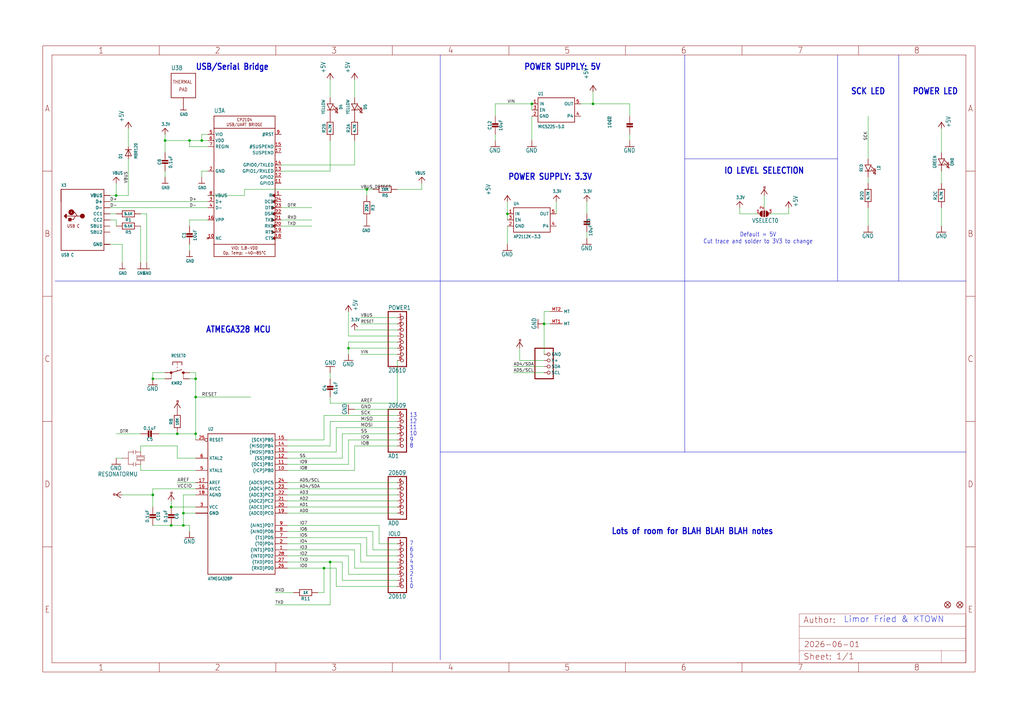
<source format=kicad_sch>
(kicad_sch (version 20230121) (generator eeschema)
  (paper "User" 425.45 298.602)
  (junction (at 81.28 157.48))
  (junction (at 68.58 58.42))
  (junction (at 152.4 78.74))
  (junction (at 76.2 213.36))
  (junction (at 144.78 144.78))
  (junction (at 63.5 205.74))
  (junction (at 48.26 81.28))
  (junction (at 78.74 58.42))
  (junction (at 81.28 165.1))
  (junction (at 210.82 88.9))
  (junction (at 226.06 134.62))
  (junction (at 73.66 180.34))
  (junction (at 71.12 218.44))
  (junction (at 83.82 58.42))
  (junction (at 134.62 236.22))
  (junction (at 220.98 43.18))
  (junction (at 137.16 233.68))
  (junction (at 71.12 210.82))
  (junction (at 246.38 43.18))
  (junction (at 81.28 180.34))
  (junction (at 63.5 157.48))
  (junction (at 76.2 218.44))
  (wire (pts (xy 114.3 246.38) (xy 121.92 246.38)) (stroke (width 0.1524)))
  (wire (pts (xy 228.6 129.54) (xy 226.06 129.54)) (stroke (width 0.1524)))
  (wire (pts (xy 137.16 233.68) (xy 142.24 233.68)) (stroke (width 0.1524)))
  (wire (pts (xy 114.3 251.46) (xy 137.16 251.46)) (stroke (width 0.1524)))
  (polyline (pts (xy 284.48 22.86) (xy 284.48 66.04)) (stroke (width 0.1524) (type solid)))
  (wire (pts (xy 137.16 157.48) (xy 137.16 154.94)) (stroke (width 0.1524)))
  (wire (pts (xy 165.1 170.18) (xy 147.32 170.18)) (stroke (width 0.1524)))
  (wire (pts (xy 134.62 246.38) (xy 134.62 236.22)) (stroke (width 0.1524)))
  (wire (pts (xy 86.36 91.44) (xy 78.74 91.44)) (stroke (width 0.1524)))
  (wire (pts (xy 63.5 154.94) (xy 63.5 157.48)) (stroke (width 0.1524)))
  (wire (pts (xy 134.62 172.72) (xy 165.1 172.72)) (stroke (width 0.1524)))
  (polyline (pts (xy 22.86 116.84) (xy 182.88 116.84)) (stroke (width 0.1524) (type solid)))
  (wire (pts (xy 50.8 101.6) (xy 45.72 101.6)) (stroke (width 0.1524)))
  (wire (pts (xy 81.28 180.34) (xy 81.28 165.1)) (stroke (width 0.1524)))
  (wire (pts (xy 78.74 101.6) (xy 78.74 104.14)) (stroke (width 0.1524)))
  (wire (pts (xy 144.78 142.24) (xy 144.78 144.78)) (stroke (width 0.1524)))
  (wire (pts (xy 154.94 228.6) (xy 154.94 220.98)) (stroke (width 0.1524)))
  (wire (pts (xy 165.1 228.6) (xy 154.94 228.6)) (stroke (width 0.1524)))
  (wire (pts (xy 165.1 238.76) (xy 144.78 238.76)) (stroke (width 0.1524)))
  (wire (pts (xy 165.1 243.84) (xy 139.7 243.84)) (stroke (width 0.1524)))
  (wire (pts (xy 205.74 55.88) (xy 205.74 58.42)) (stroke (width 0.1524)))
  (wire (pts (xy 86.36 60.96) (xy 78.74 60.96)) (stroke (width 0.1524)))
  (wire (pts (xy 78.74 58.42) (xy 68.58 58.42)) (stroke (width 0.1524)))
  (wire (pts (xy 116.84 68.58) (xy 147.32 68.58)) (stroke (width 0.1524)))
  (wire (pts (xy 101.6 81.28) (xy 101.6 78.74)) (stroke (width 0.1524)))
  (wire (pts (xy 226.06 147.32) (xy 226.06 134.62)) (stroke (width 0.1524)))
  (wire (pts (xy 226.06 149.86) (xy 215.9 149.86)) (stroke (width 0.1524)))
  (wire (pts (xy 76.2 205.74) (xy 76.2 213.36)) (stroke (width 0.1524)))
  (wire (pts (xy 58.42 93.98) (xy 58.42 109.22)) (stroke (width 0.1524)))
  (wire (pts (xy 81.28 200.66) (xy 73.66 200.66)) (stroke (width 0.1524)))
  (wire (pts (xy 152.4 78.74) (xy 154.94 78.74)) (stroke (width 0.1524)))
  (wire (pts (xy 45.72 81.28) (xy 48.26 81.28)) (stroke (width 0.1524)))
  (wire (pts (xy 86.36 71.12) (xy 83.82 71.12)) (stroke (width 0.1524)))
  (wire (pts (xy 149.86 134.62) (xy 165.1 134.62)) (stroke (width 0.1524)))
  (wire (pts (xy 48.26 91.44) (xy 48.26 93.98)) (stroke (width 0.1524)))
  (wire (pts (xy 50.8 190.5) (xy 48.26 190.5)) (stroke (width 0.1524)))
  (wire (pts (xy 104.14 165.1) (xy 81.28 165.1)) (stroke (width 0.1524)))
  (wire (pts (xy 78.74 91.44) (xy 78.74 93.98)) (stroke (width 0.1524)))
  (wire (pts (xy 50.8 109.22) (xy 50.8 101.6)) (stroke (width 0.1524)))
  (wire (pts (xy 144.78 129.54) (xy 144.78 139.7)) (stroke (width 0.1524)))
  (wire (pts (xy 68.58 154.94) (xy 63.5 154.94)) (stroke (width 0.1524)))
  (wire (pts (xy 261.62 43.18) (xy 261.62 48.26)) (stroke (width 0.1524)))
  (wire (pts (xy 76.2 218.44) (xy 78.74 218.44)) (stroke (width 0.1524)))
  (wire (pts (xy 360.68 76.2) (xy 360.68 73.66)) (stroke (width 0.1524)))
  (wire (pts (xy 210.82 91.44) (xy 210.82 88.9)) (stroke (width 0.1524)))
  (wire (pts (xy 116.84 71.12) (xy 137.16 71.12)) (stroke (width 0.1524)))
  (polyline (pts (xy 284.48 187.96) (xy 182.88 187.96)) (stroke (width 0.1524) (type solid)))
  (wire (pts (xy 154.94 220.98) (xy 119.38 220.98)) (stroke (width 0.1524)))
  (wire (pts (xy 78.74 218.44) (xy 78.74 220.98)) (stroke (width 0.1524)))
  (wire (pts (xy 205.74 43.18) (xy 220.98 43.18)) (stroke (width 0.1524)))
  (wire (pts (xy 157.48 218.44) (xy 157.48 226.06)) (stroke (width 0.1524)))
  (wire (pts (xy 210.82 88.9) (xy 210.82 83.82)) (stroke (width 0.1524)))
  (wire (pts (xy 71.12 218.44) (xy 63.5 218.44)) (stroke (width 0.1524)))
  (wire (pts (xy 45.72 88.9) (xy 48.26 88.9)) (stroke (width 0.1524)))
  (wire (pts (xy 327.66 86.36) (xy 327.66 88.9)) (stroke (width 0.1524)))
  (wire (pts (xy 205.74 43.18) (xy 205.74 48.26)) (stroke (width 0.1524)))
  (wire (pts (xy 391.16 76.2) (xy 391.16 71.12)) (stroke (width 0.1524)))
  (wire (pts (xy 78.74 154.94) (xy 81.28 154.94)) (stroke (width 0.1524)))
  (wire (pts (xy 58.42 185.42) (xy 73.66 185.42)) (stroke (width 0.1524)))
  (wire (pts (xy 307.34 88.9) (xy 314.96 88.9)) (stroke (width 0.1524)))
  (wire (pts (xy 73.66 180.34) (xy 81.28 180.34)) (stroke (width 0.1524)))
  (wire (pts (xy 134.62 236.22) (xy 119.38 236.22)) (stroke (width 0.1524)))
  (wire (pts (xy 71.12 210.82) (xy 71.12 208.28)) (stroke (width 0.1524)))
  (wire (pts (xy 81.28 182.88) (xy 81.28 180.34)) (stroke (width 0.1524)))
  (wire (pts (xy 58.42 88.9) (xy 60.96 88.9)) (stroke (width 0.1524)))
  (wire (pts (xy 139.7 187.96) (xy 119.38 187.96)) (stroke (width 0.1524)))
  (wire (pts (xy 101.6 78.74) (xy 152.4 78.74)) (stroke (width 0.1524)))
  (wire (pts (xy 139.7 177.8) (xy 139.7 187.96)) (stroke (width 0.1524)))
  (wire (pts (xy 226.06 129.54) (xy 226.06 134.62)) (stroke (width 0.1524)))
  (wire (pts (xy 119.38 195.58) (xy 147.32 195.58)) (stroke (width 0.1524)))
  (wire (pts (xy 142.24 190.5) (xy 142.24 180.34)) (stroke (width 0.1524)))
  (wire (pts (xy 81.28 195.58) (xy 58.42 195.58)) (stroke (width 0.1524)))
  (wire (pts (xy 76.2 218.44) (xy 71.12 218.44)) (stroke (width 0.1524)))
  (wire (pts (xy 119.38 228.6) (xy 147.32 228.6)) (stroke (width 0.1524)))
  (wire (pts (xy 142.24 233.68) (xy 142.24 241.3)) (stroke (width 0.1524)))
  (wire (pts (xy 81.28 210.82) (xy 71.12 210.82)) (stroke (width 0.1524)))
  (wire (pts (xy 149.86 226.06) (xy 119.38 226.06)) (stroke (width 0.1524)))
  (wire (pts (xy 391.16 53.34) (xy 391.16 63.5)) (stroke (width 0.1524)))
  (polyline (pts (xy 347.98 22.86) (xy 347.98 66.04)) (stroke (width 0.1524) (type solid)))
  (polyline (pts (xy 182.88 187.96) (xy 182.88 116.84)) (stroke (width 0.1524) (type solid)))
  (wire (pts (xy 147.32 185.42) (xy 165.1 185.42)) (stroke (width 0.1524)))
  (wire (pts (xy 68.58 58.42) (xy 68.58 55.88)) (stroke (width 0.1524)))
  (polyline (pts (xy 182.88 274.32) (xy 182.88 187.96)) (stroke (width 0.1524) (type solid)))
  (wire (pts (xy 157.48 226.06) (xy 165.1 226.06)) (stroke (width 0.1524)))
  (wire (pts (xy 50.8 205.74) (xy 63.5 205.74)) (stroke (width 0.1524)))
  (wire (pts (xy 139.7 243.84) (xy 139.7 236.22)) (stroke (width 0.1524)))
  (wire (pts (xy 246.38 38.1) (xy 246.38 43.18)) (stroke (width 0.1524)))
  (wire (pts (xy 165.1 144.78) (xy 144.78 144.78)) (stroke (width 0.1524)))
  (wire (pts (xy 137.16 185.42) (xy 137.16 175.26)) (stroke (width 0.1524)))
  (polyline (pts (xy 401.32 187.96) (xy 284.48 187.96)) (stroke (width 0.1524) (type solid)))
  (wire (pts (xy 78.74 157.48) (xy 81.28 157.48)) (stroke (width 0.1524)))
  (wire (pts (xy 360.68 66.04) (xy 360.68 48.26)) (stroke (width 0.1524)))
  (wire (pts (xy 68.58 58.42) (xy 68.58 63.5)) (stroke (width 0.1524)))
  (wire (pts (xy 261.62 55.88) (xy 261.62 58.42)) (stroke (width 0.1524)))
  (polyline (pts (xy 347.98 116.84) (xy 373.38 116.84)) (stroke (width 0.1524) (type solid)))
  (wire (pts (xy 58.42 195.58) (xy 58.42 193.04)) (stroke (width 0.1524)))
  (polyline (pts (xy 373.38 116.84) (xy 401.32 116.84)) (stroke (width 0.1524) (type solid)))
  (wire (pts (xy 144.78 238.76) (xy 144.78 231.14)) (stroke (width 0.1524)))
  (wire (pts (xy 137.16 58.42) (xy 137.16 71.12)) (stroke (width 0.1524)))
  (wire (pts (xy 231.14 83.82) (xy 231.14 88.9)) (stroke (width 0.1524)))
  (wire (pts (xy 137.16 33.02) (xy 137.16 40.64)) (stroke (width 0.1524)))
  (wire (pts (xy 147.32 236.22) (xy 165.1 236.22)) (stroke (width 0.1524)))
  (wire (pts (xy 360.68 93.98) (xy 360.68 86.36)) (stroke (width 0.1524)))
  (wire (pts (xy 165.1 203.2) (xy 119.38 203.2)) (stroke (width 0.1524)))
  (wire (pts (xy 53.34 53.34) (xy 53.34 60.96)) (stroke (width 0.1524)))
  (polyline (pts (xy 284.48 116.84) (xy 347.98 116.84)) (stroke (width 0.1524) (type solid)))
  (wire (pts (xy 147.32 195.58) (xy 147.32 185.42)) (stroke (width 0.1524)))
  (wire (pts (xy 45.72 86.36) (xy 86.36 86.36)) (stroke (width 0.1524)))
  (wire (pts (xy 391.16 86.36) (xy 391.16 93.98)) (stroke (width 0.1524)))
  (wire (pts (xy 152.4 223.52) (xy 152.4 231.14)) (stroke (width 0.1524)))
  (wire (pts (xy 81.28 205.74) (xy 76.2 205.74)) (stroke (width 0.1524)))
  (wire (pts (xy 83.82 71.12) (xy 83.82 73.66)) (stroke (width 0.1524)))
  (wire (pts (xy 165.1 167.64) (xy 165.1 149.86)) (stroke (width 0.1524)))
  (wire (pts (xy 165.1 208.28) (xy 119.38 208.28)) (stroke (width 0.1524)))
  (wire (pts (xy 58.42 187.96) (xy 58.42 185.42)) (stroke (width 0.1524)))
  (wire (pts (xy 137.16 165.1) (xy 137.16 167.64)) (stroke (width 0.1524)))
  (wire (pts (xy 152.4 231.14) (xy 165.1 231.14)) (stroke (width 0.1524)))
  (wire (pts (xy 78.74 60.96) (xy 78.74 58.42)) (stroke (width 0.1524)))
  (wire (pts (xy 48.26 81.28) (xy 48.26 76.2)) (stroke (width 0.1524)))
  (wire (pts (xy 81.28 203.2) (xy 63.5 203.2)) (stroke (width 0.1524)))
  (polyline (pts (xy 284.48 66.04) (xy 284.48 116.84)) (stroke (width 0.1524) (type solid)))
  (wire (pts (xy 226.06 152.4) (xy 213.36 152.4)) (stroke (width 0.1524)))
  (wire (pts (xy 147.32 228.6) (xy 147.32 236.22)) (stroke (width 0.1524)))
  (wire (pts (xy 144.78 231.14) (xy 119.38 231.14)) (stroke (width 0.1524)))
  (wire (pts (xy 152.4 78.74) (xy 152.4 81.28)) (stroke (width 0.1524)))
  (wire (pts (xy 144.78 182.88) (xy 144.78 193.04)) (stroke (width 0.1524)))
  (wire (pts (xy 66.04 180.34) (xy 73.66 180.34)) (stroke (width 0.1524)))
  (wire (pts (xy 45.72 91.44) (xy 48.26 91.44)) (stroke (width 0.1524)))
  (wire (pts (xy 60.96 88.9) (xy 60.96 109.22)) (stroke (width 0.1524)))
  (wire (pts (xy 165.1 139.7) (xy 144.78 139.7)) (stroke (width 0.1524)))
  (wire (pts (xy 165.1 177.8) (xy 139.7 177.8)) (stroke (width 0.1524)))
  (wire (pts (xy 116.84 91.44) (xy 129.54 91.44)) (stroke (width 0.1524)))
  (wire (pts (xy 68.58 157.48) (xy 63.5 157.48)) (stroke (width 0.1524)))
  (wire (pts (xy 307.34 86.36) (xy 307.34 88.9)) (stroke (width 0.1524)))
  (wire (pts (xy 73.66 190.5) (xy 81.28 190.5)) (stroke (width 0.1524)))
  (wire (pts (xy 119.38 218.44) (xy 157.48 218.44)) (stroke (width 0.1524)))
  (wire (pts (xy 119.38 210.82) (xy 165.1 210.82)) (stroke (width 0.1524)))
  (wire (pts (xy 76.2 218.44) (xy 76.2 213.36)) (stroke (width 0.1524)))
  (wire (pts (xy 165.1 167.64) (xy 137.16 167.64)) (stroke (width 0.1524)))
  (wire (pts (xy 147.32 40.64) (xy 147.32 33.02)) (stroke (width 0.1524)))
  (wire (pts (xy 119.38 233.68) (xy 137.16 233.68)) (stroke (width 0.1524)))
  (wire (pts (xy 142.24 180.34) (xy 165.1 180.34)) (stroke (width 0.1524)))
  (wire (pts (xy 63.5 205.74) (xy 63.5 203.2)) (stroke (width 0.1524)))
  (wire (pts (xy 165.1 132.08) (xy 149.86 132.08)) (stroke (width 0.1524)))
  (wire (pts (xy 220.98 45.72) (xy 220.98 43.18)) (stroke (width 0.1524)))
  (polyline (pts (xy 347.98 66.04) (xy 347.98 116.84)) (stroke (width 0.1524) (type solid)))
  (wire (pts (xy 83.82 55.88) (xy 83.82 58.42)) (stroke (width 0.1524)))
  (wire (pts (xy 226.06 134.62) (xy 228.6 134.62)) (stroke (width 0.1524)))
  (wire (pts (xy 81.28 154.94) (xy 81.28 157.48)) (stroke (width 0.1524)))
  (wire (pts (xy 137.16 175.26) (xy 165.1 175.26)) (stroke (width 0.1524)))
  (polyline (pts (xy 182.88 116.84) (xy 182.88 22.86)) (stroke (width 0.1524) (type solid)))
  (wire (pts (xy 53.34 66.04) (xy 53.34 81.28)) (stroke (width 0.1524)))
  (wire (pts (xy 210.82 101.6) (xy 210.82 93.98)) (stroke (width 0.1524)))
  (wire (pts (xy 147.32 68.58) (xy 147.32 58.42)) (stroke (width 0.1524)))
  (wire (pts (xy 215.9 149.86) (xy 215.9 144.78)) (stroke (width 0.1524)))
  (wire (pts (xy 86.36 58.42) (xy 83.82 58.42)) (stroke (width 0.1524)))
  (wire (pts (xy 83.82 58.42) (xy 78.74 58.42)) (stroke (width 0.1524)))
  (wire (pts (xy 149.86 233.68) (xy 149.86 226.06)) (stroke (width 0.1524)))
  (wire (pts (xy 142.24 241.3) (xy 165.1 241.3)) (stroke (width 0.1524)))
  (wire (pts (xy 81.28 157.48) (xy 81.28 165.1)) (stroke (width 0.1524)))
  (wire (pts (xy 86.36 55.88) (xy 83.82 55.88)) (stroke (width 0.1524)))
  (polyline (pts (xy 284.48 66.04) (xy 347.98 66.04)) (stroke (width 0.1524) (type solid)))
  (polyline (pts (xy 284.48 116.84) (xy 284.48 187.96)) (stroke (width 0.1524) (type solid)))
  (wire (pts (xy 165.1 182.88) (xy 144.78 182.88)) (stroke (width 0.1524)))
  (polyline (pts (xy 284.48 116.84) (xy 182.88 116.84)) (stroke (width 0.1524) (type solid)))
  (wire (pts (xy 137.16 185.42) (xy 119.38 185.42)) (stroke (width 0.1524)))
  (polyline (pts (xy 373.38 22.86) (xy 373.38 116.84)) (stroke (width 0.1524) (type solid)))
  (wire (pts (xy 73.66 185.42) (xy 73.66 190.5)) (stroke (width 0.1524)))
  (wire (pts (xy 116.84 86.36) (xy 129.54 86.36)) (stroke (width 0.1524)))
  (wire (pts (xy 144.78 193.04) (xy 119.38 193.04)) (stroke (width 0.1524)))
  (wire (pts (xy 175.26 78.74) (xy 175.26 76.2)) (stroke (width 0.1524)))
  (wire (pts (xy 165.1 137.16) (xy 147.32 137.16)) (stroke (width 0.1524)))
  (wire (pts (xy 86.36 81.28) (xy 101.6 81.28)) (stroke (width 0.1524)))
  (wire (pts (xy 144.78 144.78) (xy 144.78 147.32)) (stroke (width 0.1524)))
  (wire (pts (xy 243.84 96.52) (xy 243.84 99.06)) (stroke (width 0.1524)))
  (wire (pts (xy 134.62 182.88) (xy 134.62 172.72)) (stroke (width 0.1524)))
  (wire (pts (xy 165.1 213.36) (xy 119.38 213.36)) (stroke (width 0.1524)))
  (wire (pts (xy 119.38 182.88) (xy 134.62 182.88)) (stroke (width 0.1524)))
  (wire (pts (xy 63.5 210.82) (xy 63.5 205.74)) (stroke (width 0.1524)))
  (wire (pts (xy 243.84 83.82) (xy 243.84 88.9)) (stroke (width 0.1524)))
  (wire (pts (xy 165.1 78.74) (xy 175.26 78.74)) (stroke (width 0.1524)))
  (wire (pts (xy 119.38 190.5) (xy 142.24 190.5)) (stroke (width 0.1524)))
  (wire (pts (xy 48.26 180.34) (xy 58.42 180.34)) (stroke (width 0.1524)))
  (wire (pts (xy 119.38 200.66) (xy 165.1 200.66)) (stroke (width 0.1524)))
  (wire (pts (xy 241.3 43.18) (xy 246.38 43.18)) (stroke (width 0.1524)))
  (wire (pts (xy 45.72 83.82) (xy 86.36 83.82)) (stroke (width 0.1524)))
  (wire (pts (xy 134.62 246.38) (xy 132.08 246.38)) (stroke (width 0.1524)))
  (wire (pts (xy 165.1 142.24) (xy 144.78 142.24)) (stroke (width 0.1524)))
  (wire (pts (xy 119.38 205.74) (xy 165.1 205.74)) (stroke (width 0.1524)))
  (wire (pts (xy 226.06 154.94) (xy 213.36 154.94)) (stroke (width 0.1524)))
  (wire (pts (xy 327.66 88.9) (xy 320.04 88.9)) (stroke (width 0.1524)))
  (wire (pts (xy 317.5 81.28) (xy 317.5 86.36)) (stroke (width 0.1524)))
  (wire (pts (xy 149.86 147.32) (xy 165.1 147.32)) (stroke (width 0.1524)))
  (wire (pts (xy 137.16 251.46) (xy 137.16 233.68)) (stroke (width 0.1524)))
  (wire (pts (xy 129.54 93.98) (xy 116.84 93.98)) (stroke (width 0.1524)))
  (wire (pts (xy 53.34 81.28) (xy 48.26 81.28)) (stroke (width 0.1524)))
  (wire (pts (xy 119.38 223.52) (xy 152.4 223.52)) (stroke (width 0.1524)))
  (wire (pts (xy 246.38 43.18) (xy 261.62 43.18)) (stroke (width 0.1524)))
  (wire (pts (xy 165.1 233.68) (xy 149.86 233.68)) (stroke (width 0.1524)))
  (wire (pts (xy 76.2 213.36) (xy 81.28 213.36)) (stroke (width 0.1524)))
  (wire (pts (xy 220.98 48.26) (xy 220.98 58.42)) (stroke (width 0.1524)))
  (wire (pts (xy 68.58 71.12) (xy 68.58 73.66)) (stroke (width 0.1524)))
  (wire (pts (xy 139.7 236.22) (xy 134.62 236.22)) (stroke (width 0.1524)))
  (text "1" (at 170.18 241.3 0) (effects (font (size 1.778 1.5113)) (justify left)))
  (text "Lots of room for BLAH BLAH BLAH notes" (at 254 220.98 0) (effects (font (size 2.54 2.159) (thickness 0.4318) bold) (justify left)))
  (text "IO LEVEL SELECTION" (at 317.5 71.12 0) (effects (font (size 2.54 2.159) (thickness 0.4318) bold)))
  (text "POWER SUPPLY: 3.3V" (at 228.6 73.66 0) (effects (font (size 2.54 2.159) (thickness 0.4318) bold)))
  (text "4" (at 170.18 233.68 0) (effects (font (size 1.778 1.5113)) (justify left)))
  (text "SCK LED" (at 360.68 38.1 0) (effects (font (size 2.54 2.159) (thickness 0.4318) bold)))
  (text "2" (at 170.18 238.76 0) (effects (font (size 1.778 1.5113)) (justify left)))
  (text "ATMEGA328 MCU" (at 99.06 137.16 0) (effects (font (size 2.54 2.159) (thickness 0.4318) bold)))
  (text "8" (at 170.18 185.42 0) (effects (font (size 1.778 1.5113)) (justify left)))
  (text "0" (at 170.18 243.84 0) (effects (font (size 1.778 1.5113)) (justify left)))
  (text "7" (at 170.18 226.06 0) (effects (font (size 1.778 1.5113)) (justify left)))
  (text "3" (at 170.18 236.22 0) (effects (font (size 1.778 1.5113)) (justify left)))
  (text "Limor Fried & KTOWN" (at 350.52 259.08 0) (effects (font (size 2.54 2.54)) (justify left bottom)))
  (text "USB/Serial Bridge" (at 96.52 27.94 0) (effects (font (size 2.54 2.159) (thickness 0.4318) bold)))
  (text "11" (at 170.18 177.8 0) (effects (font (size 1.778 1.5113)) (justify left)))
  (text "9" (at 170.18 182.88 0) (effects (font (size 1.778 1.5113)) (justify left)))
  (text "Default = 5V\nCut trace and solder to 3V3 to change" (at 314.96 99.06 0) (effects (font (size 1.778 1.5113))))
  (text "6" (at 170.18 228.6 0) (effects (font (size 1.778 1.5113)) (justify left)))
  (text "5" (at 170.18 231.14 0) (effects (font (size 1.778 1.5113)) (justify left)))
  (text "12" (at 170.18 175.26 0) (effects (font (size 1.778 1.5113)) (justify left)))
  (text "POWER LED" (at 388.62 38.1 0) (effects (font (size 2.54 2.159) (thickness 0.4318) bold)))
  (text "10" (at 170.18 180.34 0) (effects (font (size 1.778 1.5113)) (justify left)))
  (text "POWER SUPPLY: 5V" (at 233.68 27.94 0) (effects (font (size 2.54 2.159) (thickness 0.4318) bold)))
  (text "13" (at 170.18 172.72 0) (effects (font (size 1.778 1.5113)) (justify left)))
  (label "AD5/SCL" (at 124.46 200.66 0) (effects (font (size 1.2446 1.2446))))
  (label "IO9" (at 149.86 182.88 0) (effects (font (size 1.3513 1.3513))))
  (label "AREF" (at 149.86 167.64 0) (effects (font (size 1.3513 1.3513))))
  (label "VBUS_DETECT" (at 149.86 78.74 0) (effects (font (size 1.2446 1.2446))))
  (label "SS" (at 149.86 180.34 0) (effects (font (size 1.3513 1.3513))))
  (label "AD4/SDA" (at 213.36 152.4 0) (effects (font (size 1.2446 1.2446))))
  (label "AD0" (at 124.46 213.36 0) (effects (font (size 1.2446 1.2446))))
  (label "VBUS" (at 53.34 76.2 90) (effects (font (size 1.2446 1.2446))))
  (label "VBUS" (at 149.86 132.08 0) (effects (font (size 1.2446 1.2446))))
  (label "VIN" (at 210.82 43.18 0) (effects (font (size 1.2446 1.2446))))
  (label "AD3" (at 124.46 205.74 0) (effects (font (size 1.2446 1.2446))))
  (label "VIN" (at 149.86 147.32 0) (effects (font (size 1.2446 1.2446))))
  (label "D-" (at 78.74 86.36 0) (effects (font (size 1.2446 1.2446))))
  (label "IO6" (at 124.46 220.98 0) (effects (font (size 1.2446 1.2446))))
  (label "DTR" (at 53.34 180.34 180) (effects (font (size 1.2446 1.2446))))
  (label "IO9" (at 124.46 193.04 0) (effects (font (size 1.2446 1.2446))))
  (label "D+" (at 78.74 83.82 0) (effects (font (size 1.2446 1.2446))))
  (label "SS" (at 124.46 190.5 0) (effects (font (size 1.2446 1.2446))))
  (label "TXD" (at 124.46 233.68 0) (effects (font (size 1.2446 1.2446))))
  (label "AD5/SCL" (at 213.36 154.94 0) (effects (font (size 1.2446 1.2446))))
  (label "RXD" (at 114.3 246.38 0) (effects (font (size 1.2446 1.2446))))
  (label "IO7" (at 124.46 218.44 0) (effects (font (size 1.2446 1.2446))))
  (label "AD2" (at 124.46 208.28 0) (effects (font (size 1.2446 1.2446))))
  (label "MISO" (at 149.86 175.26 0) (effects (font (size 1.3513 1.3513))))
  (label "TXD" (at 114.3 251.46 0) (effects (font (size 1.2446 1.2446))))
  (label "VCCIO" (at 73.66 203.2 0) (effects (font (size 1.3513 1.3513))))
  (label "IO5" (at 124.46 223.52 0) (effects (font (size 1.2446 1.2446))))
  (label "IO3" (at 124.46 228.6 0) (effects (font (size 1.2446 1.2446))))
  (label "TXD" (at 119.38 93.98 0) (effects (font (size 1.2446 1.2446))))
  (label "DTR" (at 119.38 86.36 0) (effects (font (size 1.2446 1.2446))))
  (label "SCK" (at 360.68 58.42 90) (effects (font (size 1.2446 1.2446))))
  (label "D-" (at 45.72 86.36 0) (effects (font (size 1.2446 1.2446))))
  (label "MOSI" (at 149.86 177.8 0) (effects (font (size 1.3513 1.3513))))
  (label "RXD" (at 119.38 91.44 0) (effects (font (size 1.2446 1.2446))))
  (label "IO4" (at 124.46 226.06 0) (effects (font (size 1.2446 1.2446))))
  (label "IO8" (at 124.46 195.58 0) (effects (font (size 1.2446 1.2446))))
  (label "IO2" (at 124.46 231.14 0) (effects (font (size 1.2446 1.2446))))
  (label "SCK" (at 149.86 172.72 0) (effects (font (size 1.3513 1.3513))))
  (label "AD4/SDA" (at 124.46 203.2 0) (effects (font (size 1.2446 1.2446))))
  (label "IO0" (at 124.46 236.22 0) (effects (font (size 1.2446 1.2446))))
  (label "AREF" (at 73.66 200.66 0) (effects (font (size 1.3513 1.3513))))
  (label "RESET" (at 149.86 134.62 0) (effects (font (size 1.1735 1.1735))))
  (label "RESET" (at 83.82 165.1 0) (effects (font (size 1.3513 1.3513))))
  (label "AD1" (at 124.46 210.82 0) (effects (font (size 1.2446 1.2446))))
  (label "D+" (at 45.72 83.82 0) (effects (font (size 1.2446 1.2446))))
  (label "IO8" (at 149.86 185.42 0) (effects (font (size 1.3513 1.3513))))
  (label "GND" (at 149.86 170.18 0) (effects (font (size 1.3513 1.3513))))
  (symbol (lib_id "working-eagle-import:GND") (at 205.74 60.96 0) (unit 1)
    (property "Reference" "#GND25" (effects hide))
    (property "Value" "GND" (at 203.2 63.5 0) (effects (font (size 1.778 1.5113)) (justify left bottom)))
  )
  (symbol (lib_id "working-eagle-import:GND") (at 261.62 60.96 0) (unit 1)
    (property "Reference" "#GND7" (effects hide))
    (property "Value" "GND" (at 259.08 63.5 0) (effects (font (size 1.778 1.5113)) (justify left bottom)))
  )
  (symbol (lib_id "working-eagle-import:microbuilder_GND") (at 152.4 93.98 0) (mirror y) (unit 1)
    (property "Reference" "#U$11" (effects hide))
    (property "Value" "GND" (at 153.924 96.52 0) (effects (font (size 1.27 1.0795)) (justify left bottom)))
  )
  (symbol (lib_id "working-eagle-import:RESISTOR_4PACK") (at 391.16 81.28 90) (unit 3)
    (property "Reference" "R2" (at 388.62 81.28 0))
    (property "Value" "4.7K" (at 391.16 81.28 0) (effects (font (size 1.016 1.016) bold)))
    (property "Footprint" "working:RESPACK_4X0603" (effects hide))
  )
  (symbol (lib_id "working-eagle-import:HEADER-1X870MIL") (at 167.64 142.24 0) (unit 1)
    (property "Reference" "POWER1" (at 161.29 128.905 0) (effects (font (size 1.778 1.5113)) (justify left bottom)))
    (property "Value" "20610" (at 161.29 154.94 0) (effects (font (size 1.778 1.5113)) (justify left bottom)))
    (property "Footprint" "working:1X08_ROUND_70" (effects hide))
  )
  (symbol (lib_id "working-eagle-import:microbuilder_GND") (at 58.42 111.76 0) (unit 1)
    (property "Reference" "#U$13" (effects hide))
    (property "Value" "GND" (at 56.896 114.3 0) (effects (font (size 1.27 1.0795)) (justify left bottom)))
  )
  (symbol (lib_id "working-eagle-import:+5V") (at 210.82 81.28 0) (unit 1)
    (property "Reference" "#P+3" (effects hide))
    (property "Value" "+5V" (at 203.835 81.28 90) (effects (font (size 1.778 1.5113)) (justify left bottom)))
  )
  (symbol (lib_id "working-eagle-import:GND") (at 243.84 101.6 0) (unit 1)
    (property "Reference" "#GND21" (effects hide))
    (property "Value" "GND" (at 241.3 104.14 0) (effects (font (size 1.778 1.5113)) (justify left bottom)))
  )
  (symbol (lib_id "working-eagle-import:+5V") (at 53.34 50.8 0) (unit 1)
    (property "Reference" "#P+2" (effects hide))
    (property "Value" "+5V" (at 51.435 50.8 90) (effects (font (size 1.778 1.5113)) (justify left bottom)))
  )
  (symbol (lib_id "working-eagle-import:+5V") (at 246.38 35.56 0) (unit 1)
    (property "Reference" "#P+14" (effects hide))
    (property "Value" "+5V" (at 244.475 33.02 90) (effects (font (size 1.778 1.5113)) (justify left bottom)))
  )
  (symbol (lib_id "working-eagle-import:RESISTOR_4PACK") (at 360.68 81.28 90) (unit 4)
    (property "Reference" "R2" (at 358.14 81.28 0))
    (property "Value" "4.7K" (at 360.68 81.28 0) (effects (font (size 1.016 1.016) bold)))
    (property "Footprint" "working:RESPACK_4X0603" (effects hide))
  )
  (symbol (lib_id "working-eagle-import:microbuilder_GND") (at 76.2 45.72 0) (unit 1)
    (property "Reference" "#U$26" (effects hide))
    (property "Value" "GND" (at 74.676 48.26 0) (effects (font (size 1.27 1.0795)) (justify left bottom)))
  )
  (symbol (lib_id "working-eagle-import:VBUS") (at 175.26 73.66 0) (mirror y) (unit 1)
    (property "Reference" "#U$25" (effects hide))
    (property "Value" "VBUS" (at 176.784 72.644 0) (effects (font (size 1.27 1.0795)) (justify left bottom)))
  )
  (symbol (lib_id "working-eagle-import:HEADER-1X6ROUND") (at 167.64 205.74 0) (mirror x) (unit 1)
    (property "Reference" "AD0" (at 161.29 216.535 0) (effects (font (size 1.778 1.5113)) (justify left bottom)))
    (property "Value" "20609" (at 161.29 195.58 0) (effects (font (size 1.778 1.5113)) (justify left bottom)))
    (property "Footprint" "working:1X06_ROUND" (effects hide))
  )
  (symbol (lib_id "working-eagle-import:GND") (at 144.78 170.18 270) (unit 1)
    (property "Reference" "#GND6" (effects hide))
    (property "Value" "GND" (at 142.24 167.64 0) (effects (font (size 1.778 1.5113)) (justify left bottom)))
  )
  (symbol (lib_id "working-eagle-import:GND") (at 210.82 104.14 0) (unit 1)
    (property "Reference" "#GND1" (effects hide))
    (property "Value" "GND" (at 208.28 106.68 0) (effects (font (size 1.778 1.5113)) (justify left bottom)))
  )
  (symbol (lib_id "working-eagle-import:3.3V") (at 68.58 53.34 0) (unit 1)
    (property "Reference" "#U$1" (effects hide))
    (property "Value" "3.3V" (at 67.056 52.324 0) (effects (font (size 1.27 1.0795)) (justify left bottom)))
  )
  (symbol (lib_id "working-eagle-import:RESISTOR_4PACK") (at 147.32 53.34 90) (unit 1)
    (property "Reference" "R2" (at 144.78 53.34 0))
    (property "Value" "4.7K" (at 147.32 53.34 0) (effects (font (size 1.016 1.016) bold)))
    (property "Footprint" "working:RESPACK_4X0603" (effects hide))
  )
  (symbol (lib_id "working-eagle-import:HEADER-1X8ROUND") (at 167.64 236.22 0) (unit 1)
    (property "Reference" "IOL0" (at 161.29 222.885 0) (effects (font (size 1.778 1.5113)) (justify left bottom)))
    (property "Value" "20610" (at 161.29 248.92 0) (effects (font (size 1.778 1.5113)) (justify left bottom)))
    (property "Footprint" "working:1X08_ROUND" (effects hide))
  )
  (symbol (lib_id "working-eagle-import:SOLDERJUMPER_2WAY") (at 317.5 88.9 0) (unit 1)
    (property "Reference" "VSELECT0" (at 312.42 92.71 0) (effects (font (size 1.778 1.5113)) (justify left bottom)))
    (property "Value" "SOLDERJUMPER_2WAY" (effects hide))
    (property "Footprint" "working:SOLDERJUMPER_2WAY_OPEN_NOPASTE" (effects hide))
  )
  (symbol (lib_id "working-eagle-import:VREG_SOT23-5") (at 220.98 91.44 0) (unit 1)
    (property "Reference" "U4" (at 213.36 85.344 0) (effects (font (size 1.27 1.0795)) (justify left bottom)))
    (property "Value" "AP2112K-3.3" (at 213.36 99.06 0) (effects (font (size 1.27 1.0795)) (justify left bottom)))
    (property "Footprint" "working:SOT23-5" (effects hide))
  )
  (symbol (lib_id "working-eagle-import:LED0603_NOOUTLINE") (at 391.16 68.58 270) (unit 1)
    (property "Reference" "ON0" (at 395.605 67.31 0) (effects (font (size 1.27 1.0795))))
    (property "Value" "GREEN" (at 388.366 67.31 0) (effects (font (size 1.27 1.0795))))
    (property "Footprint" "working:CHIPLED_0603_NOOUTLINE" (effects hide))
  )
  (symbol (lib_id "working-eagle-import:microbuilder_GND") (at 78.74 106.68 0) (unit 1)
    (property "Reference" "#U$16" (effects hide))
    (property "Value" "GND" (at 77.216 109.22 0) (effects (font (size 1.27 1.0795)) (justify left bottom)))
  )
  (symbol (lib_id "working-eagle-import:VCCIO") (at 48.26 205.74 90) (unit 1)
    (property "Reference" "#VCC1" (effects hide))
    (property "Value" "VCCIO" (effects hide))
  )
  (symbol (lib_id "working-eagle-import:RESISTOR_0603_NOOUT") (at 152.4 86.36 270) (mirror x) (unit 1)
    (property "Reference" "R3" (at 154.94 86.36 0))
    (property "Value" "22K" (at 152.4 86.36 0) (effects (font (size 1.016 1.016) bold)))
    (property "Footprint" "working:0603-NO" (effects hide))
  )
  (symbol (lib_id "working-eagle-import:CAP_CERAMIC0603_NO") (at 63.5 213.36 180) (unit 1)
    (property "Reference" "C10" (at 65.79 214.61 90))
    (property "Value" "0.1uF" (at 61.2 214.61 90))
    (property "Footprint" "working:0603-NO" (effects hide))
  )
  (symbol (lib_id "working-eagle-import:LED0603_NOOUTLINE") (at 360.68 71.12 270) (unit 1)
    (property "Reference" "L0" (at 365.125 69.85 0) (effects (font (size 1.27 1.0795))))
    (property "Value" "RED" (at 357.886 69.85 0) (effects (font (size 1.27 1.0795))))
    (property "Footprint" "working:CHIPLED_0603_NOOUTLINE" (effects hide))
  )
  (symbol (lib_id "working-eagle-import:A3L-LOC-MOD") (at 17.78 279.4 0) (unit 1)
    (property "Reference" "#FRAME1" (effects hide))
    (property "Value" "A3L-LOC-MOD" (effects hide))
  )
  (symbol (lib_id "working-eagle-import:VCCIO") (at 215.9 142.24 0) (unit 1)
    (property "Reference" "#VCC3" (effects hide))
    (property "Value" "VCCIO" (effects hide))
  )
  (symbol (lib_id "working-eagle-import:CAP_CERAMIC0603_NO") (at 137.16 162.56 0) (unit 1)
    (property "Reference" "C4" (at 134.87 161.31 90))
    (property "Value" "0.1uF" (at 139.46 161.31 90))
    (property "Footprint" "working:0603-NO" (effects hide))
  )
  (symbol (lib_id "working-eagle-import:GND") (at 78.74 223.52 0) (unit 1)
    (property "Reference" "#GND2" (effects hide))
    (property "Value" "GND" (at 76.2 226.06 0) (effects (font (size 1.778 1.5113)) (justify left bottom)))
  )
  (symbol (lib_id "working-eagle-import:FIDUCIAL_1MM") (at 398.78 251.46 0) (unit 1)
    (property "Reference" "FD2" (effects hide))
    (property "Value" "FIDUCIAL_1MM" (effects hide))
    (property "Footprint" "working:FIDUCIAL_1MM" (effects hide))
  )
  (symbol (lib_id "working-eagle-import:GND") (at 63.5 160.02 0) (unit 1)
    (property "Reference" "#GND12" (effects hide))
    (property "Value" "GND" (at 60.96 162.56 0) (effects (font (size 1.778 1.5113)) (justify left bottom)))
  )
  (symbol (lib_id "working-eagle-import:GND") (at 137.16 152.4 180) (unit 1)
    (property "Reference" "#GND13" (effects hide))
    (property "Value" "GND" (at 139.7 149.86 0) (effects (font (size 1.778 1.5113)) (justify left bottom)))
  )
  (symbol (lib_id "working-eagle-import:GND") (at 48.26 193.04 0) (unit 1)
    (property "Reference" "#GND3" (effects hide))
    (property "Value" "GND" (at 45.72 195.58 0) (effects (font (size 1.778 1.5113)) (justify left bottom)))
  )
  (symbol (lib_id "working-eagle-import:RESISTOR_4PACK") (at 137.16 53.34 90) (unit 2)
    (property "Reference" "R2" (at 134.62 53.34 0))
    (property "Value" "4.7K" (at 137.16 53.34 0) (effects (font (size 1.016 1.016) bold)))
    (property "Footprint" "working:RESPACK_4X0603" (effects hide))
  )
  (symbol (lib_id "working-eagle-import:3.3V") (at 147.32 134.62 0) (unit 1)
    (property "Reference" "#U$8" (effects hide))
    (property "Value" "3.3V" (at 145.796 133.604 0) (effects (font (size 1.27 1.0795)) (justify left bottom)))
  )
  (symbol (lib_id "working-eagle-import:microbuilder_GND") (at 68.58 76.2 0) (unit 1)
    (property "Reference" "#U$19" (effects hide))
    (property "Value" "GND" (at 67.056 78.74 0) (effects (font (size 1.27 1.0795)) (justify left bottom)))
  )
  (symbol (lib_id "working-eagle-import:VCCIO") (at 73.66 167.64 0) (unit 1)
    (property "Reference" "#VCC2" (effects hide))
    (property "Value" "VCCIO" (effects hide))
  )
  (symbol (lib_id "working-eagle-import:+5V") (at 327.66 83.82 0) (unit 1)
    (property "Reference" "#P+1" (effects hide))
    (property "Value" "+5V" (at 329.565 81.28 90) (effects (font (size 1.778 1.5113)) (justify right top)))
  )
  (symbol (lib_id "working-eagle-import:+5V") (at 147.32 30.48 0) (unit 1)
    (property "Reference" "#P+8" (effects hide))
    (property "Value" "+5V" (at 145.415 30.48 90) (effects (font (size 1.778 1.5113)) (justify left bottom)))
  )
  (symbol (lib_id "working-eagle-import:USB_C") (at 35.56 91.44 0) (unit 1)
    (property "Reference" "X3" (at 25.4 77.724 0) (effects (font (size 1.27 1.0795)) (justify left bottom)))
    (property "Value" "USB C" (at 25.4 106.68 0) (effects (font (size 1.27 1.0795)) (justify left bottom)))
    (property "Footprint" "working:USB_C_CUSB31-CFM2AX-01-X" (effects hide))
  )
  (symbol (lib_id "working-eagle-import:+5V") (at 137.16 30.48 0) (unit 1)
    (property "Reference" "#P+7" (effects hide))
    (property "Value" "+5V" (at 135.255 30.48 90) (effects (font (size 1.778 1.5113)) (justify left bottom)))
  )
  (symbol (lib_id "working-eagle-import:CAP_CERAMIC0603_NO") (at 68.58 68.58 0) (unit 1)
    (property "Reference" "C8" (at 66.29 67.33 90))
    (property "Value" "0.1uF" (at 70.88 67.33 90))
    (property "Footprint" "working:0603-NO" (effects hide))
  )
  (symbol (lib_id "working-eagle-import:GND") (at 223.52 134.62 270) (unit 1)
    (property "Reference" "#GND4" (effects hide))
    (property "Value" "GND" (at 220.98 132.08 0) (effects (font (size 1.778 1.5113)) (justify left bottom)))
  )
  (symbol (lib_id "working-eagle-import:SWITCH_TACT_SMT4.6X2.8") (at 73.66 154.94 0) (unit 1)
    (property "Reference" "RESET0" (at 71.12 148.59 0) (effects (font (size 1.27 1.0795)) (justify left bottom)))
    (property "Value" "KMR2" (at 71.12 160.02 0) (effects (font (size 1.27 1.0795)) (justify left bottom)))
    (property "Footprint" "working:BTN_KMR2_4.6X2.8" (effects hide))
  )
  (symbol (lib_id "working-eagle-import:RESISTOR_0603_NOOUT") (at 53.34 88.9 180) (unit 1)
    (property "Reference" "R1" (at 53.34 91.44 0))
    (property "Value" "5.1K" (at 53.34 88.9 0) (effects (font (size 1.016 1.016) bold)))
    (property "Footprint" "working:0603-NO" (effects hide))
  )
  (symbol (lib_id "working-eagle-import:LED0603_NOOUTLINE") (at 137.16 45.72 270) (unit 1)
    (property "Reference" "D4" (at 141.605 44.45 0) (effects (font (size 1.27 1.0795))))
    (property "Value" "YELLOW" (at 134.366 44.45 0) (effects (font (size 1.27 1.0795))))
    (property "Footprint" "working:CHIPLED_0603_NOOUTLINE" (effects hide))
  )
  (symbol (lib_id "working-eagle-import:RESISTOR_0603_NOOUT") (at 73.66 175.26 90) (unit 1)
    (property "Reference" "R8" (at 71.12 175.26 0))
    (property "Value" "10K" (at 73.66 175.26 0) (effects (font (size 1.016 1.016) bold)))
    (property "Footprint" "working:0603-NO" (effects hide))
  )
  (symbol (lib_id "working-eagle-import:CAP_CERAMIC0805-NOOUTLINE") (at 261.62 50.8 180) (unit 1)
    (property "Reference" "C2" (at 254 50.8 90) (effects (justify right top)))
    (property "Value" "10uF" (at 254 53.34 90) (effects (justify right top)))
    (property "Footprint" "working:0805-NO" (effects hide))
  )
  (symbol (lib_id "working-eagle-import:microbuilder_GND") (at 50.8 111.76 0) (unit 1)
    (property "Reference" "#U$23" (effects hide))
    (property "Value" "GND" (at 49.276 114.3 0) (effects (font (size 1.27 1.0795)) (justify left bottom)))
  )
  (symbol (lib_id "working-eagle-import:DIODE_MINISOD123") (at 53.34 63.5 90) (unit 1)
    (property "Reference" "D1" (at 50.8 66.04 0) (effects (font (size 1.27 1.0795)) (justify left bottom)))
    (property "Value" "MBR120" (at 57.15 66.04 0) (effects (font (size 1.27 1.0795)) (justify left bottom)))
    (property "Footprint" "working:SOD-123FL" (effects hide))
  )
  (symbol (lib_id "working-eagle-import:VREG_SOT23-5") (at 231.14 45.72 0) (unit 1)
    (property "Reference" "U1" (at 223.52 39.624 0) (effects (font (size 1.27 1.0795)) (justify left bottom)))
    (property "Value" "MIC5225-5.0" (at 223.52 53.34 0) (effects (font (size 1.27 1.0795)) (justify left bottom)))
    (property "Footprint" "working:SOT23-5" (effects hide))
  )
  (symbol (lib_id "working-eagle-import:RESONATORMU") (at 58.42 190.5 0) (unit 1)
    (property "Reference" "Y2" (effects hide))
    (property "Value" "RESONATORMU" (at 40.64 198.12 0) (effects (font (size 1.778 1.5113)) (justify left bottom)))
    (property "Footprint" "working:RESONATOR" (effects hide))
  )
  (symbol (lib_id "working-eagle-import:CAP_CERAMIC0805-NOOUTLINE") (at 78.74 99.06 0) (unit 1)
    (property "Reference" "C1" (at 76.45 97.81 90))
    (property "Value" "10uF" (at 81.04 97.81 90))
    (property "Footprint" "working:0805-NO" (effects hide))
  )
  (symbol (lib_id "working-eagle-import:+5V") (at 391.16 50.8 0) (unit 1)
    (property "Reference" "#P+5" (effects hide))
    (property "Value" "+5V" (at 393.065 48.26 90) (effects (font (size 1.778 1.5113)) (justify right top)))
  )
  (symbol (lib_id "working-eagle-import:CAP_CERAMIC0805-NOOUTLINE") (at 243.84 91.44 0) (mirror x) (unit 1)
    (property "Reference" "C3" (at 245.237 90.805 90) (effects (justify left bottom)))
    (property "Value" "10uF" (at 246.126 93.345 90) (effects (justify left bottom)))
    (property "Footprint" "working:0805-NO" (effects hide))
  )
  (symbol (lib_id "working-eagle-import:GND") (at 220.98 60.96 0) (unit 1)
    (property "Reference" "#GND11" (effects hide))
    (property "Value" "GND" (at 218.44 63.5 0) (effects (font (size 1.778 1.5113)) (justify left bottom)))
  )
  (symbol (lib_id "working-eagle-import:microbuilder_GND") (at 83.82 76.2 0) (unit 1)
    (property "Reference" "#U$15" (effects hide))
    (property "Value" "GND" (at 82.296 78.74 0) (effects (font (size 1.27 1.0795)) (justify left bottom)))
  )
  (symbol (lib_id "working-eagle-import:RESISTOR_0603_NOOUT") (at 160.02 78.74 0) (mirror x) (unit 1)
    (property "Reference" "R6" (at 160.02 81.28 0))
    (property "Value" "10K" (at 160.02 78.74 0) (effects (font (size 1.016 1.016) bold)))
    (property "Footprint" "working:0603-NO" (effects hide))
  )
  (symbol (lib_id "working-eagle-import:LED0603_NOOUTLINE") (at 147.32 45.72 270) (unit 1)
    (property "Reference" "D5" (at 151.765 44.45 0) (effects (font (size 1.27 1.0795))))
    (property "Value" "YELLOW" (at 144.526 44.45 0) (effects (font (size 1.27 1.0795))))
    (property "Footprint" "working:CHIPLED_0603_NOOUTLINE" (effects hide))
  )
  (symbol (lib_id "working-eagle-import:GND") (at 391.16 96.52 0) (unit 1)
    (property "Reference" "#GND14" (effects hide))
    (property "Value" "GND" (at 388.62 99.06 0) (effects (font (size 1.778 1.5113)) (justify left bottom)))
  )
  (symbol (lib_id "working-eagle-import:+5V") (at 144.78 127 0) (unit 1)
    (property "Reference" "#P+4" (effects hide))
    (property "Value" "+5V" (at 146.685 124.46 90) (effects (font (size 1.778 1.5113)) (justify right top)))
  )
  (symbol (lib_id "working-eagle-import:FIDUCIAL_1MM") (at 393.7 251.46 0) (unit 1)
    (property "Reference" "FD1" (effects hide))
    (property "Value" "FIDUCIAL_1MM" (effects hide))
    (property "Footprint" "working:FIDUCIAL_1MM" (effects hide))
  )
  (symbol (lib_id "working-eagle-import:3.3V") (at 243.84 81.28 0) (unit 1)
    (property "Reference" "#U$2" (effects hide))
    (property "Value" "3.3V" (at 242.316 80.264 0) (effects (font (size 1.27 1.0795)) (justify left bottom)))
  )
  (symbol (lib_id "working-eagle-import:GND") (at 360.68 96.52 0) (unit 1)
    (property "Reference" "#GND17" (effects hide))
    (property "Value" "GND" (at 358.14 99.06 0) (effects (font (size 1.778 1.5113)) (justify left bottom)))
  )
  (symbol (lib_id "working-eagle-import:RESISTOR_0603_NOOUT") (at 53.34 93.98 180) (unit 1)
    (property "Reference" "R5" (at 53.34 96.52 0))
    (property "Value" "5.1K" (at 53.34 93.98 0) (effects (font (size 1.016 1.016) bold)))
    (property "Footprint" "working:0603-NO" (effects hide))
  )
  (symbol (lib_id "working-eagle-import:HEADER-1X6ROUND") (at 167.64 177.8 0) (mirror x) (unit 1)
    (property "Reference" "AD1" (at 161.29 188.595 0) (effects (font (size 1.778 1.5113)) (justify left bottom)))
    (property "Value" "20609" (at 161.29 167.64 0) (effects (font (size 1.778 1.5113)) (justify left bottom)))
    (property "Footprint" "working:1X06_ROUND" (effects hide))
  )
  (symbol (lib_id "working-eagle-import:STEMMA_I2C_QT") (at 228.6 129.54 0) (unit 3)
    (property "Reference" "CONN1" (effects hide))
    (property "Value" "STEMMA_I2C_QT" (effects hide))
    (property "Footprint" "working:JST_SH4" (effects hide))
  )
  (symbol (lib_id "working-eagle-import:3.3V") (at 231.14 81.28 0) (unit 1)
    (property "Reference" "#U$3" (effects hide))
    (property "Value" "3.3V" (at 229.616 80.264 0) (effects (font (size 1.27 1.0795)) (justify left bottom)))
  )
  (symbol (lib_id "working-eagle-import:CAP_CERAMIC0603_NO") (at 63.5 180.34 90) (unit 1)
    (property "Reference" "C5" (at 62.25 182.63 90))
    (property "Value" "0.1uF" (at 62.25 178.04 90))
    (property "Footprint" "working:0603-NO" (effects hide))
  )
  (symbol (lib_id "working-eagle-import:GND") (at 144.78 149.86 0) (unit 1)
    (property "Reference" "#GND5" (effects hide))
    (property "Value" "GND" (at 142.24 152.4 0) (effects (font (size 1.778 1.5113)) (justify left bottom)))
  )
  (symbol (lib_id "working-eagle-import:VCCIO") (at 317.5 78.74 0) (unit 1)
    (property "Reference" "#VCC5" (effects hide))
    (property "Value" "VCCIO" (effects hide))
  )
  (symbol (lib_id "working-eagle-import:microbuilder_GND") (at 60.96 111.76 0) (unit 1)
    (property "Reference" "#U$17" (effects hide))
    (property "Value" "GND" (at 59.436 114.3 0) (effects (font (size 1.27 1.0795)) (justify left bottom)))
  )
  (symbol (lib_id "working-eagle-import:STEMMA_I2C_QT") (at 226.06 152.4 0) (unit 1)
    (property "Reference" "CONN1" (effects hide))
    (property "Value" "STEMMA_I2C_QT" (effects hide))
    (property "Footprint" "working:JST_SH4" (effects hide))
  )
  (symbol (lib_id "working-eagle-import:adafruit_power_VBUS") (at 48.26 73.66 0) (unit 1)
    (property "Reference" "#U$28" (effects hide))
    (property "Value" "VBUS" (at 46.736 72.644 0) (effects (font (size 1.27 1.0795)) (justify left bottom)))
  )
  (symbol (lib_id "working-eagle-import:VCCIO") (at 71.12 205.74 0) (unit 1)
    (property "Reference" "#VCC4" (effects hide))
    (property "Value" "VCCIO" (effects hide))
  )
  (symbol (lib_id "working-eagle-import:CP2104") (at 101.6 76.2 0) (unit 1)
    (property "Reference" "U3" (at 88.9 46.99 0) (effects (font (size 1.778 1.5113)) (justify left bottom)))
    (property "Value" "CP210x" (effects hide))
    (property "Footprint" "working:QFN24_4MM_SMSC" (effects hide))
  )
  (symbol (lib_id "working-eagle-import:STEMMA_I2C_QT") (at 228.6 134.62 0) (unit 2)
    (property "Reference" "CONN1" (effects hide))
    (property "Value" "STEMMA_I2C_QT" (effects hide))
    (property "Footprint" "working:JST_SH4" (effects hide))
  )
  (symbol (lib_id "working-eagle-import:CAP_CERAMIC0805-NOOUTLINE") (at 205.74 53.34 0) (unit 1)
    (property "Reference" "C12" (at 203.45 52.09 90))
    (property "Value" "10uF" (at 208.04 52.09 90))
    (property "Footprint" "working:0805-NO" (effects hide))
  )
  (symbol (lib_id "working-eagle-import:ATMEGA328P-MM") (at 101.6 208.28 0) (unit 1)
    (property "Reference" "U2" (at 86.36 179.07 0) (effects (font (size 1.27 1.0795)) (justify left bottom)))
    (property "Value" "ATMEGA328P" (at 86.36 241.3 0) (effects (font (size 1.27 1.0795)) (justify left bottom)))
    (property "Footprint" "working:QFN28_4MM_.45MM" (effects hide))
  )
  (symbol (lib_id "working-eagle-import:CP2104") (at 76.2 35.56 0) (unit 2)
    (property "Reference" "U3" (at 71.12 29.21 0) (effects (font (size 1.778 1.5113)) (justify left bottom)))
    (property "Value" "CP210x" (effects hide))
    (property "Footprint" "working:QFN24_4MM_SMSC" (effects hide))
  )
  (symbol (lib_id "working-eagle-import:RESISTOR_0603_NOOUT") (at 127 246.38 180) (unit 1)
    (property "Reference" "R11" (at 127 248.92 0))
    (property "Value" "1K" (at 127 246.38 0) (effects (font (size 1.016 1.016) bold)))
    (property "Footprint" "working:0603-NO" (effects hide))
  )
  (symbol (lib_id "working-eagle-import:CAP_CERAMIC0603_NO") (at 71.12 213.36 180) (unit 1)
    (property "Reference" "C6" (at 73.41 214.61 90))
    (property "Value" "0.1uF" (at 68.82 214.61 90))
    (property "Footprint" "working:0603-NO" (effects hide))
  )
  (symbol (lib_id "working-eagle-import:3.3V") (at 307.34 83.82 0) (unit 1)
    (property "Reference" "#U$9" (effects hide))
    (property "Value" "3.3V" (at 305.816 82.804 0) (effects (font (size 1.27 1.0795)) (justify left bottom)))
  )
)
</source>
